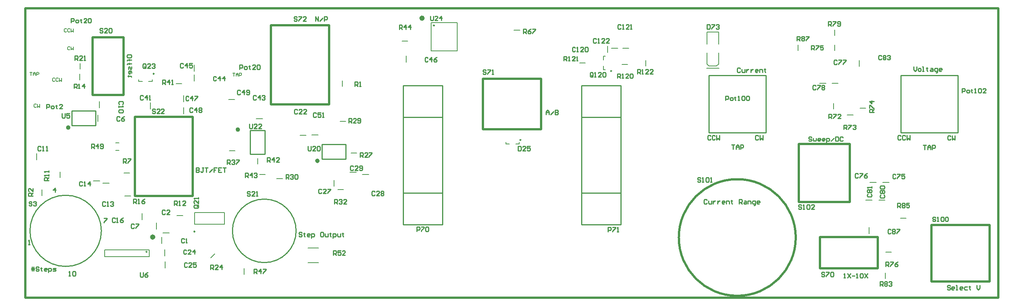
<source format=gto>
G04*
G04 #@! TF.GenerationSoftware,Altium Limited,Altium Designer,22.6.1 (34)*
G04*
G04 Layer_Color=65535*
%FSLAX43Y43*%
%MOMM*%
G71*
G04*
G04 #@! TF.SameCoordinates,FEFD47CE-FA2D-494C-A3F3-0CD5D296AA06*
G04*
G04*
G04 #@! TF.FilePolarity,Positive*
G04*
G01*
G75*
%ADD10C,0.254*%
%ADD11C,0.600*%
%ADD12C,0.250*%
%ADD13C,0.500*%
%ADD14C,0.200*%
D10*
X158137Y108000D02*
G03*
X158137Y108000I-7137J0D01*
G01*
X114500D02*
G03*
X114500Y108000I-8000J0D01*
G01*
X230900Y109400D02*
Y140600D01*
X222100Y109400D02*
X230900Y109400D01*
X222100Y109400D02*
Y140600D01*
X230900Y140600D01*
X222100Y133500D02*
X230900D01*
X222100Y116500D02*
X230900D01*
X190900Y109400D02*
Y140600D01*
X182100Y109400D02*
X190900Y109400D01*
X182100Y109400D02*
Y140600D01*
X190900Y140600D01*
X182100Y133500D02*
X190900D01*
X182100Y116500D02*
X190900D01*
X293600Y142900D02*
X300000D01*
X293600Y130100D02*
Y142900D01*
Y130100D02*
X306400D01*
Y142900D01*
X300000D02*
X306400D01*
X257000D02*
X263400D01*
Y130100D02*
Y142900D01*
X250600Y130100D02*
X263400D01*
X250600D02*
Y142900D01*
X257000D01*
X163933Y124149D02*
X163933Y127451D01*
X169267Y127451D01*
X169267Y124149D01*
X163933Y124149D02*
X169267Y124149D01*
X147803Y130528D02*
X147803Y125194D01*
X151105Y125194D01*
X151105Y130528D02*
X151105Y125194D01*
X147803Y130528D02*
X151105Y130528D01*
X107894Y131678D02*
X113228Y131678D01*
X113228Y134980D01*
X107894Y134980D02*
X113228Y134980D01*
X107894Y134980D02*
X107894Y131678D01*
X290273Y99999D02*
Y100998D01*
X290773D01*
X290939Y100832D01*
Y100499D01*
X290773Y100332D01*
X290273D01*
X290606D02*
X290939Y99999D01*
X291273Y100998D02*
X291939D01*
Y100832D01*
X291273Y100165D01*
Y99999D01*
X292939Y100998D02*
X292605Y100832D01*
X292272Y100499D01*
Y100165D01*
X292439Y99999D01*
X292772D01*
X292939Y100165D01*
Y100332D01*
X292772Y100499D01*
X292272D01*
X158413Y135148D02*
X158247Y135315D01*
X157914D01*
X157747Y135148D01*
Y134482D01*
X157914Y134315D01*
X158247D01*
X158413Y134482D01*
X159413Y134315D02*
X158747D01*
X159413Y134982D01*
Y135148D01*
X159246Y135315D01*
X158913D01*
X158747Y135148D01*
X160413Y134315D02*
X159746D01*
X160413Y134982D01*
Y135148D01*
X160246Y135315D01*
X159913D01*
X159746Y135148D01*
D11*
X186647Y155791D02*
G03*
X186647Y155791I-300J0D01*
G01*
X126300Y106608D02*
G03*
X126300Y106608I-300J0D01*
G01*
D12*
X189139Y154140D02*
G03*
X189139Y154140I-125J0D01*
G01*
X228850Y143928D02*
G03*
X228850Y143928I-125J0D01*
G01*
X208508Y128417D02*
G03*
X208508Y128417I-125J0D01*
G01*
X124744Y103287D02*
G03*
X124744Y103287I-125J0D01*
G01*
X126325Y143300D02*
G03*
X126325Y143300I-125J0D01*
G01*
X135475Y107850D02*
G03*
X135475Y107850I-125J0D01*
G01*
X102225Y135441D02*
Y136441D01*
X102725D01*
X102891Y136274D01*
Y135941D01*
X102725Y135775D01*
X102225D01*
X103391Y135441D02*
X103724D01*
X103891Y135608D01*
Y135941D01*
X103724Y136108D01*
X103391D01*
X103225Y135941D01*
Y135608D01*
X103391Y135441D01*
X104391Y136274D02*
Y136108D01*
X104224D01*
X104557D01*
X104391D01*
Y135608D01*
X104557Y135441D01*
X105724D02*
X105057D01*
X105724Y136108D01*
Y136274D01*
X105557Y136441D01*
X105224D01*
X105057Y136274D01*
X107720Y154749D02*
Y155749D01*
X108220D01*
X108386Y155582D01*
Y155249D01*
X108220Y155082D01*
X107720D01*
X108886Y154749D02*
X109220D01*
X109386Y154915D01*
Y155249D01*
X109220Y155415D01*
X108886D01*
X108720Y155249D01*
Y154915D01*
X108886Y154749D01*
X109886Y155582D02*
Y155415D01*
X109719D01*
X110053D01*
X109886D01*
Y154915D01*
X110053Y154749D01*
X111219D02*
X110552D01*
X111219Y155415D01*
Y155582D01*
X111052Y155749D01*
X110719D01*
X110552Y155582D01*
X111552D02*
X111719Y155749D01*
X112052D01*
X112219Y155582D01*
Y154915D01*
X112052Y154749D01*
X111719D01*
X111552Y154915D01*
Y155582D01*
X145502Y144282D02*
Y145282D01*
X146002D01*
X146169Y145115D01*
Y144782D01*
X146002Y144616D01*
X145502D01*
X146669Y144282D02*
X147002D01*
X147169Y144449D01*
Y144782D01*
X147002Y144949D01*
X146669D01*
X146502Y144782D01*
Y144449D01*
X146669Y144282D01*
X147668Y145115D02*
Y144949D01*
X147502D01*
X147835D01*
X147668D01*
Y144449D01*
X147835Y144282D01*
X149001D02*
X148335D01*
X149001Y144949D01*
Y145115D01*
X148835Y145282D01*
X148501D01*
X148335Y145115D01*
X149334D02*
X149501Y145282D01*
X149834D01*
X150001Y145115D01*
Y144449D01*
X149834Y144282D01*
X149501D01*
X149334Y144449D01*
Y145115D01*
X120265Y147082D02*
Y147415D01*
X120432Y147582D01*
X121098D01*
X121265Y147415D01*
Y147082D01*
X121098Y146915D01*
X120432D01*
X120265Y147082D01*
X121265Y146416D02*
X120432D01*
X120765D01*
Y146582D01*
Y146249D01*
Y146416D01*
X120432D01*
X120265Y146249D01*
X121265Y145583D02*
X120432D01*
X120765D01*
Y145749D01*
Y145416D01*
Y145583D01*
X120432D01*
X120265Y145416D01*
X121265Y144916D02*
Y144416D01*
X121098Y144250D01*
X120932Y144416D01*
Y144749D01*
X120765Y144916D01*
X120599Y144749D01*
Y144250D01*
X121265Y143417D02*
Y143750D01*
X121098Y143916D01*
X120765D01*
X120599Y143750D01*
Y143417D01*
X120765Y143250D01*
X120932D01*
Y143916D01*
X120432Y142750D02*
X120599D01*
Y142917D01*
Y142584D01*
Y142750D01*
X121098D01*
X121265Y142584D01*
X159424Y107513D02*
X159258Y107680D01*
X158925D01*
X158758Y107513D01*
Y107347D01*
X158925Y107180D01*
X159258D01*
X159424Y107013D01*
Y106847D01*
X159258Y106680D01*
X158925D01*
X158758Y106847D01*
X159924Y107513D02*
Y107347D01*
X159758D01*
X160091D01*
X159924D01*
Y106847D01*
X160091Y106680D01*
X161091D02*
X160757D01*
X160591Y106847D01*
Y107180D01*
X160757Y107347D01*
X161091D01*
X161257Y107180D01*
Y107013D01*
X160591D01*
X161590Y106347D02*
Y107347D01*
X162090D01*
X162257Y107180D01*
Y106847D01*
X162090Y106680D01*
X161590D01*
X164090Y107680D02*
X163756D01*
X163590Y107513D01*
Y106847D01*
X163756Y106680D01*
X164090D01*
X164256Y106847D01*
Y107513D01*
X164090Y107680D01*
X164589Y107347D02*
Y106847D01*
X164756Y106680D01*
X165256D01*
Y107347D01*
X165756Y107513D02*
Y107347D01*
X165589D01*
X165922D01*
X165756D01*
Y106847D01*
X165922Y106680D01*
X166422Y106347D02*
Y107347D01*
X166922D01*
X167089Y107180D01*
Y106847D01*
X166922Y106680D01*
X166422D01*
X167422Y107347D02*
Y106847D01*
X167588Y106680D01*
X168088D01*
Y107347D01*
X168588Y107513D02*
Y107347D01*
X168422D01*
X168755D01*
X168588D01*
Y106847D01*
X168755Y106680D01*
X99000Y98951D02*
Y99951D01*
X99334D02*
Y98951D01*
X98834Y99617D02*
X99334D01*
X99500D01*
X98834Y99284D02*
X99500D01*
X100500Y99784D02*
X100333Y99951D01*
X100000D01*
X99834Y99784D01*
Y99617D01*
X100000Y99451D01*
X100333D01*
X100500Y99284D01*
Y99118D01*
X100333Y98951D01*
X100000D01*
X99834Y99118D01*
X101000Y99784D02*
Y99617D01*
X100833D01*
X101166D01*
X101000D01*
Y99118D01*
X101166Y98951D01*
X102166D02*
X101833D01*
X101666Y99118D01*
Y99451D01*
X101833Y99617D01*
X102166D01*
X102333Y99451D01*
Y99284D01*
X101666D01*
X102666Y98618D02*
Y99617D01*
X103166D01*
X103332Y99451D01*
Y99118D01*
X103166Y98951D01*
X102666D01*
X103666D02*
X104165D01*
X104332Y99118D01*
X104165Y99284D01*
X103832D01*
X103666Y99451D01*
X103832Y99617D01*
X104332D01*
X135725Y122204D02*
Y121204D01*
X136225D01*
X136391Y121371D01*
Y121537D01*
X136225Y121704D01*
X135725D01*
X136225D01*
X136391Y121870D01*
Y122037D01*
X136225Y122204D01*
X135725D01*
X137391D02*
X137058D01*
X137225D01*
Y121371D01*
X137058Y121204D01*
X136891D01*
X136725Y121371D01*
X137724Y122204D02*
X138391D01*
X138058D01*
Y121204D01*
X138724D02*
X139390Y121870D01*
X140390Y122204D02*
X139724D01*
Y121704D01*
X140057D01*
X139724D01*
Y121204D01*
X141390Y122204D02*
X140723D01*
Y121204D01*
X141390D01*
X140723Y121704D02*
X141057D01*
X141723Y122204D02*
X142390D01*
X142056D01*
Y121204D01*
X296492Y144890D02*
Y144223D01*
X296825Y143890D01*
X297158Y144223D01*
Y144890D01*
X297658Y143890D02*
X297992D01*
X298158Y144056D01*
Y144390D01*
X297992Y144556D01*
X297658D01*
X297492Y144390D01*
Y144056D01*
X297658Y143890D01*
X298491D02*
X298825D01*
X298658D01*
Y144890D01*
X298491D01*
X299491Y144723D02*
Y144556D01*
X299324D01*
X299658D01*
X299491D01*
Y144056D01*
X299658Y143890D01*
X300324Y144556D02*
X300657D01*
X300824Y144390D01*
Y143890D01*
X300324D01*
X300157Y144056D01*
X300324Y144223D01*
X300824D01*
X301490Y143557D02*
X301657D01*
X301824Y143723D01*
Y144556D01*
X301324D01*
X301157Y144390D01*
Y144056D01*
X301324Y143890D01*
X301824D01*
X302657D02*
X302323D01*
X302157Y144056D01*
Y144390D01*
X302323Y144556D01*
X302657D01*
X302823Y144390D01*
Y144223D01*
X302157D01*
X162450Y155150D02*
Y156150D01*
X163116Y155150D01*
Y156150D01*
X163450Y155150D02*
X164116Y155816D01*
X164449Y155150D02*
Y156150D01*
X164949D01*
X165116Y155983D01*
Y155650D01*
X164949Y155483D01*
X164449D01*
X257666Y144473D02*
X257500Y144640D01*
X257167D01*
X257000Y144473D01*
Y143807D01*
X257167Y143640D01*
X257500D01*
X257666Y143807D01*
X258000Y144306D02*
Y143807D01*
X258166Y143640D01*
X258666D01*
Y144306D01*
X258999D02*
Y143640D01*
Y143973D01*
X259166Y144140D01*
X259333Y144306D01*
X259499D01*
X259999D02*
Y143640D01*
Y143973D01*
X260166Y144140D01*
X260332Y144306D01*
X260499D01*
X261499Y143640D02*
X261165D01*
X260999Y143807D01*
Y144140D01*
X261165Y144306D01*
X261499D01*
X261665Y144140D01*
Y143973D01*
X260999D01*
X261998Y143640D02*
Y144306D01*
X262498D01*
X262665Y144140D01*
Y143640D01*
X263165Y144473D02*
Y144306D01*
X262998D01*
X263331D01*
X263165D01*
Y143807D01*
X263331Y143640D01*
X250216Y114916D02*
X250050Y115083D01*
X249717D01*
X249550Y114916D01*
Y114250D01*
X249717Y114083D01*
X250050D01*
X250216Y114250D01*
X250550Y114750D02*
Y114250D01*
X250716Y114083D01*
X251216D01*
Y114750D01*
X251549D02*
Y114083D01*
Y114416D01*
X251716Y114583D01*
X251883Y114750D01*
X252049D01*
X252549D02*
Y114083D01*
Y114416D01*
X252716Y114583D01*
X252882Y114750D01*
X253049D01*
X254049Y114083D02*
X253715D01*
X253549Y114250D01*
Y114583D01*
X253715Y114750D01*
X254049D01*
X254215Y114583D01*
Y114416D01*
X253549D01*
X254548Y114083D02*
Y114750D01*
X255048D01*
X255215Y114583D01*
Y114083D01*
X255715Y114916D02*
Y114750D01*
X255548D01*
X255881D01*
X255715D01*
Y114250D01*
X255881Y114083D01*
X257381D02*
Y115083D01*
X257881D01*
X258047Y114916D01*
Y114583D01*
X257881Y114416D01*
X257381D01*
X257714D02*
X258047Y114083D01*
X258547Y114750D02*
X258880D01*
X259047Y114583D01*
Y114083D01*
X258547D01*
X258380Y114250D01*
X258547Y114416D01*
X259047D01*
X259380Y114083D02*
Y114750D01*
X259880D01*
X260047Y114583D01*
Y114083D01*
X260713Y113750D02*
X260880D01*
X261046Y113917D01*
Y114750D01*
X260546D01*
X260380Y114583D01*
Y114250D01*
X260546Y114083D01*
X261046D01*
X261879D02*
X261546D01*
X261380Y114250D01*
Y114583D01*
X261546Y114750D01*
X261879D01*
X262046Y114583D01*
Y114416D01*
X261380D01*
X304686Y95605D02*
X304519Y95771D01*
X304186D01*
X304020Y95605D01*
Y95438D01*
X304186Y95272D01*
X304519D01*
X304686Y95105D01*
Y94938D01*
X304519Y94772D01*
X304186D01*
X304020Y94938D01*
X305519Y94772D02*
X305186D01*
X305019Y94938D01*
Y95272D01*
X305186Y95438D01*
X305519D01*
X305686Y95272D01*
Y95105D01*
X305019D01*
X306019Y94772D02*
X306352D01*
X306185D01*
Y95771D01*
X306019D01*
X307352Y94772D02*
X307019D01*
X306852Y94938D01*
Y95272D01*
X307019Y95438D01*
X307352D01*
X307518Y95272D01*
Y95105D01*
X306852D01*
X308518Y95438D02*
X308018D01*
X307852Y95272D01*
Y94938D01*
X308018Y94772D01*
X308518D01*
X309018Y95605D02*
Y95438D01*
X308851D01*
X309185D01*
X309018D01*
Y94938D01*
X309185Y94772D01*
X310684Y95771D02*
Y95105D01*
X311017Y94772D01*
X311350Y95105D01*
Y95771D01*
X107201Y97917D02*
X107534D01*
X107368D01*
Y98917D01*
X107201Y98750D01*
X108034D02*
X108201Y98917D01*
X108534D01*
X108700Y98750D01*
Y98084D01*
X108534Y97917D01*
X108201D01*
X108034Y98084D01*
Y98750D01*
X115049Y110850D02*
X115716D01*
Y110683D01*
X115049Y110017D01*
Y109850D01*
X98150Y104950D02*
X98483D01*
X98317D01*
Y105950D01*
X98150Y105783D01*
X104133Y116650D02*
Y117650D01*
X103633Y117150D01*
X104300D01*
X304776Y129244D02*
X304609Y129410D01*
X304276D01*
X304110Y129244D01*
Y128577D01*
X304276Y128411D01*
X304609D01*
X304776Y128577D01*
X305109Y129410D02*
Y128411D01*
X305442Y128744D01*
X305776Y128411D01*
Y129410D01*
X293648Y129269D02*
X293481Y129435D01*
X293148D01*
X292981Y129269D01*
Y128602D01*
X293148Y128436D01*
X293481D01*
X293648Y128602D01*
X294647Y129269D02*
X294481Y129435D01*
X294147D01*
X293981Y129269D01*
Y128602D01*
X294147Y128436D01*
X294481D01*
X294647Y128602D01*
X294980Y129435D02*
Y128436D01*
X295314Y128769D01*
X295647Y128436D01*
Y129435D01*
X298632Y127275D02*
X299298D01*
X298965D01*
Y126276D01*
X299632D02*
Y126942D01*
X299965Y127275D01*
X300298Y126942D01*
Y126276D01*
Y126775D01*
X299632D01*
X300631Y126276D02*
Y127275D01*
X301131D01*
X301298Y127109D01*
Y126775D01*
X301131Y126609D01*
X300631D01*
X261716Y129283D02*
X261550Y129450D01*
X261217D01*
X261050Y129283D01*
Y128617D01*
X261217Y128450D01*
X261550D01*
X261716Y128617D01*
X262050Y129450D02*
Y128450D01*
X262383Y128783D01*
X262716Y128450D01*
Y129450D01*
X251016Y129283D02*
X250850Y129450D01*
X250517D01*
X250350Y129283D01*
Y128617D01*
X250517Y128450D01*
X250850D01*
X251016Y128617D01*
X252016Y129283D02*
X251850Y129450D01*
X251516D01*
X251350Y129283D01*
Y128617D01*
X251516Y128450D01*
X251850D01*
X252016Y128617D01*
X252349Y129450D02*
Y128450D01*
X252683Y128783D01*
X253016Y128450D01*
Y129450D01*
X255701Y127350D02*
X256367D01*
X256034D01*
Y126350D01*
X256700D02*
Y127016D01*
X257034Y127350D01*
X257367Y127016D01*
Y126350D01*
Y126850D01*
X256700D01*
X257700Y126350D02*
Y127350D01*
X258200D01*
X258367Y127183D01*
Y126850D01*
X258200Y126683D01*
X257700D01*
X138970Y99315D02*
Y100315D01*
X139470D01*
X139637Y100149D01*
Y99815D01*
X139470Y99649D01*
X138970D01*
X139304D02*
X139637Y99315D01*
X140637D02*
X139970D01*
X140637Y99982D01*
Y100149D01*
X140470Y100315D01*
X140137D01*
X139970Y100149D01*
X141470Y99315D02*
Y100315D01*
X140970Y99815D01*
X141636D01*
X108555Y146350D02*
Y147350D01*
X109054D01*
X109221Y147183D01*
Y146850D01*
X109054Y146683D01*
X108555D01*
X108888D02*
X109221Y146350D01*
X110221D02*
X109554D01*
X110221Y147017D01*
Y147183D01*
X110054Y147350D01*
X109721D01*
X109554Y147183D01*
X110554Y146350D02*
X110887D01*
X110720D01*
Y147350D01*
X110554Y147183D01*
X234597Y143300D02*
Y144300D01*
X235097D01*
X235263Y144133D01*
Y143800D01*
X235097Y143633D01*
X234597D01*
X234930D02*
X235263Y143300D01*
X235596D02*
X235930D01*
X235763D01*
Y144300D01*
X235596Y144133D01*
X237096Y143300D02*
X236429D01*
X237096Y143967D01*
Y144133D01*
X236929Y144300D01*
X236596D01*
X236429Y144133D01*
X238096Y143300D02*
X237429D01*
X238096Y143967D01*
Y144133D01*
X237929Y144300D01*
X237596D01*
X237429Y144133D01*
X218117Y146200D02*
Y147200D01*
X218617D01*
X218784Y147033D01*
Y146700D01*
X218617Y146533D01*
X218117D01*
X218450D02*
X218784Y146200D01*
X219117D02*
X219450D01*
X219283D01*
Y147200D01*
X219117Y147033D01*
X220616Y146200D02*
X219950D01*
X220616Y146867D01*
Y147033D01*
X220450Y147200D01*
X220117D01*
X219950Y147033D01*
X220950Y146200D02*
X221283D01*
X221116D01*
Y147200D01*
X220950Y147033D01*
X230124Y142305D02*
Y143305D01*
X230623D01*
X230790Y143138D01*
Y142805D01*
X230623Y142638D01*
X230124D01*
X230457D02*
X230790Y142305D01*
X231123D02*
X231456D01*
X231290D01*
Y143305D01*
X231123Y143138D01*
X232623Y142305D02*
X231956D01*
X232623Y142971D01*
Y143138D01*
X232456Y143305D01*
X232123D01*
X231956Y143138D01*
X232956D02*
X233123Y143305D01*
X233456D01*
X233622Y143138D01*
Y142472D01*
X233456Y142305D01*
X233123D01*
X232956Y142472D01*
Y143138D01*
X224665Y142762D02*
Y143429D01*
X224498Y143595D01*
X224165D01*
X223998Y143429D01*
Y142762D01*
X224165Y142596D01*
X224498D01*
X224331Y142929D02*
X224665Y142596D01*
X224498D02*
X224665Y142762D01*
X224998Y142596D02*
X225331D01*
X225164D01*
Y143595D01*
X224998Y143429D01*
X226497Y142596D02*
X225831D01*
X226497Y143262D01*
Y143429D01*
X226331Y143595D01*
X225998D01*
X225831Y143429D01*
X226831D02*
X226997Y143595D01*
X227330D01*
X227497Y143429D01*
Y142762D01*
X227330Y142596D01*
X226997D01*
X226831Y142762D01*
Y143429D01*
X225417Y151083D02*
X225250Y151250D01*
X224917D01*
X224750Y151083D01*
Y150417D01*
X224917Y150250D01*
X225250D01*
X225417Y150417D01*
X225750Y150250D02*
X226083D01*
X225917D01*
Y151250D01*
X225750Y151083D01*
X227249Y150250D02*
X226583D01*
X227249Y150917D01*
Y151083D01*
X227083Y151250D01*
X226750D01*
X226583Y151083D01*
X228249Y150250D02*
X227583D01*
X228249Y150917D01*
Y151083D01*
X228083Y151250D01*
X227749D01*
X227583Y151083D01*
X230884Y154178D02*
X230717Y154345D01*
X230384D01*
X230217Y154178D01*
Y153512D01*
X230384Y153345D01*
X230717D01*
X230884Y153512D01*
X231217Y153345D02*
X231550D01*
X231383D01*
Y154345D01*
X231217Y154178D01*
X232716Y153345D02*
X232050D01*
X232716Y154011D01*
Y154178D01*
X232550Y154345D01*
X232217D01*
X232050Y154178D01*
X233050Y153345D02*
X233383D01*
X233216D01*
Y154345D01*
X233050Y154178D01*
X220689Y149133D02*
X220523Y149300D01*
X220189D01*
X220023Y149133D01*
Y148467D01*
X220189Y148300D01*
X220523D01*
X220689Y148467D01*
X221022Y148300D02*
X221356D01*
X221189D01*
Y149300D01*
X221022Y149133D01*
X222522Y148300D02*
X221855D01*
X222522Y148967D01*
Y149133D01*
X222355Y149300D01*
X222022D01*
X221855Y149133D01*
X222855D02*
X223022Y149300D01*
X223355D01*
X223522Y149133D01*
Y148467D01*
X223355Y148300D01*
X223022D01*
X222855Y148467D01*
Y149133D01*
X187666Y146822D02*
X187500Y146989D01*
X187167D01*
X187000Y146822D01*
Y146156D01*
X187167Y145989D01*
X187500D01*
X187666Y146156D01*
X188500Y145989D02*
Y146989D01*
X188000Y146489D01*
X188666D01*
X189666Y146989D02*
X189333Y146822D01*
X188999Y146489D01*
Y146156D01*
X189166Y145989D01*
X189499D01*
X189666Y146156D01*
Y146323D01*
X189499Y146489D01*
X188999D01*
X207895Y127002D02*
Y126002D01*
X208395D01*
X208561Y126169D01*
Y126835D01*
X208395Y127002D01*
X207895D01*
X209561Y126002D02*
X208894D01*
X209561Y126669D01*
Y126835D01*
X209394Y127002D01*
X209061D01*
X208894Y126835D01*
X210560Y127002D02*
X209894D01*
Y126502D01*
X210227Y126669D01*
X210394D01*
X210560Y126502D01*
Y126169D01*
X210394Y126002D01*
X210061D01*
X209894Y126169D01*
X181248Y153240D02*
Y154240D01*
X181747D01*
X181914Y154073D01*
Y153740D01*
X181747Y153574D01*
X181248D01*
X181581D02*
X181914Y153240D01*
X182747D02*
Y154240D01*
X182247Y153740D01*
X182914D01*
X183747Y153240D02*
Y154240D01*
X183247Y153740D01*
X183913D01*
X209063Y152349D02*
Y153349D01*
X209563D01*
X209730Y153183D01*
Y152849D01*
X209563Y152683D01*
X209063D01*
X209396D02*
X209730Y152349D01*
X210729Y153349D02*
X210396Y153183D01*
X210063Y152849D01*
Y152516D01*
X210229Y152349D01*
X210563D01*
X210729Y152516D01*
Y152683D01*
X210563Y152849D01*
X210063D01*
X211062Y153349D02*
X211729D01*
Y153183D01*
X211062Y152516D01*
Y152349D01*
X188200Y156262D02*
Y155429D01*
X188367Y155262D01*
X188700D01*
X188866Y155429D01*
Y156262D01*
X189866Y155262D02*
X189200D01*
X189866Y155929D01*
Y156096D01*
X189700Y156262D01*
X189366D01*
X189200Y156096D01*
X190699Y155262D02*
Y156262D01*
X190199Y155762D01*
X190866D01*
X162675Y134367D02*
X162509Y134534D01*
X162176D01*
X162009Y134367D01*
Y133701D01*
X162176Y133534D01*
X162509D01*
X162675Y133701D01*
X163675Y134534D02*
X163009D01*
Y134034D01*
X163342Y134201D01*
X163509D01*
X163675Y134034D01*
Y133701D01*
X163509Y133534D01*
X163175D01*
X163009Y133701D01*
X164008Y133534D02*
X164342D01*
X164175D01*
Y134534D01*
X164008Y134367D01*
X270368Y150690D02*
Y151689D01*
X270868D01*
X271034Y151523D01*
Y151189D01*
X270868Y151023D01*
X270368D01*
X270701D02*
X271034Y150690D01*
X271368Y151523D02*
X271534Y151689D01*
X271867D01*
X272034Y151523D01*
Y151356D01*
X271867Y151189D01*
X272034Y151023D01*
Y150856D01*
X271867Y150690D01*
X271534D01*
X271368Y150856D01*
Y151023D01*
X271534Y151189D01*
X271368Y151356D01*
Y151523D01*
X271534Y151189D02*
X271867D01*
X272367Y151689D02*
X273034D01*
Y151523D01*
X272367Y150856D01*
Y150690D01*
X284094Y120740D02*
X283927Y120906D01*
X283594D01*
X283427Y120740D01*
Y120073D01*
X283594Y119907D01*
X283927D01*
X284094Y120073D01*
X284427Y120906D02*
X285093D01*
Y120740D01*
X284427Y120073D01*
Y119907D01*
X286093Y120906D02*
X285760Y120740D01*
X285427Y120407D01*
Y120073D01*
X285593Y119907D01*
X285926D01*
X286093Y120073D01*
Y120240D01*
X285926Y120407D01*
X285427D01*
X292481Y120605D02*
X292315Y120771D01*
X291981D01*
X291815Y120605D01*
Y119938D01*
X291981Y119771D01*
X292315D01*
X292481Y119938D01*
X292814Y120771D02*
X293481D01*
Y120605D01*
X292814Y119938D01*
Y119771D01*
X294480Y120771D02*
X293814D01*
Y120271D01*
X294147Y120438D01*
X294314D01*
X294480Y120271D01*
Y119938D01*
X294314Y119771D01*
X293981D01*
X293814Y119938D01*
X273568Y148645D02*
Y149644D01*
X274068D01*
X274234Y149478D01*
Y149144D01*
X274068Y148978D01*
X273568D01*
X273901D02*
X274234Y148645D01*
X274568Y149644D02*
X275234D01*
Y149478D01*
X274568Y148811D01*
Y148645D01*
X276234Y149644D02*
X275567D01*
Y149144D01*
X275901Y149311D01*
X276067D01*
X276234Y149144D01*
Y148811D01*
X276067Y148645D01*
X275734D01*
X275567Y148811D01*
X277413Y154045D02*
Y155045D01*
X277913D01*
X278079Y154878D01*
Y154545D01*
X277913Y154378D01*
X277413D01*
X277746D02*
X278079Y154045D01*
X278413Y155045D02*
X279079D01*
Y154878D01*
X278413Y154212D01*
Y154045D01*
X279412Y154212D02*
X279579Y154045D01*
X279912D01*
X280079Y154212D01*
Y154878D01*
X279912Y155045D01*
X279579D01*
X279412Y154878D01*
Y154712D01*
X279579Y154545D01*
X280079D01*
X250226Y154323D02*
Y153324D01*
X250726D01*
X250892Y153490D01*
Y154157D01*
X250726Y154323D01*
X250226D01*
X251226D02*
X251892D01*
Y154157D01*
X251226Y153490D01*
Y153324D01*
X252225Y154157D02*
X252392Y154323D01*
X252725D01*
X252892Y154157D01*
Y153990D01*
X252725Y153823D01*
X252558D01*
X252725D01*
X252892Y153657D01*
Y153490D01*
X252725Y153324D01*
X252392D01*
X252225Y153490D01*
X147850Y116679D02*
X147684Y116846D01*
X147350D01*
X147184Y116679D01*
Y116512D01*
X147350Y116346D01*
X147684D01*
X147850Y116179D01*
Y116013D01*
X147684Y115846D01*
X147350D01*
X147184Y116013D01*
X148850Y115846D02*
X148183D01*
X148850Y116512D01*
Y116679D01*
X148683Y116846D01*
X148350D01*
X148183Y116679D01*
X149183Y115846D02*
X149516D01*
X149350D01*
Y116846D01*
X149183Y116679D01*
X98933Y114433D02*
X98767Y114600D01*
X98434D01*
X98267Y114433D01*
Y114267D01*
X98434Y114100D01*
X98767D01*
X98933Y113933D01*
Y113767D01*
X98767Y113600D01*
X98434D01*
X98267Y113767D01*
X99267Y114433D02*
X99433Y114600D01*
X99766D01*
X99933Y114433D01*
Y114267D01*
X99766Y114100D01*
X99600D01*
X99766D01*
X99933Y113933D01*
Y113767D01*
X99766Y113600D01*
X99433D01*
X99267Y113767D01*
X121863Y109368D02*
X121696Y109534D01*
X121363D01*
X121196Y109368D01*
Y108701D01*
X121363Y108534D01*
X121696D01*
X121863Y108701D01*
X122196Y109534D02*
X122862D01*
Y109368D01*
X122196Y108701D01*
Y108534D01*
X288954Y95636D02*
Y96635D01*
X289453D01*
X289620Y96469D01*
Y96136D01*
X289453Y95969D01*
X288954D01*
X289287D02*
X289620Y95636D01*
X289953Y96469D02*
X290120Y96635D01*
X290453D01*
X290620Y96469D01*
Y96302D01*
X290453Y96136D01*
X290620Y95969D01*
Y95802D01*
X290453Y95636D01*
X290120D01*
X289953Y95802D01*
Y95969D01*
X290120Y96136D01*
X289953Y96302D01*
Y96469D01*
X290120Y96136D02*
X290453D01*
X290953Y96469D02*
X291120Y96635D01*
X291453D01*
X291619Y96469D01*
Y96302D01*
X291453Y96136D01*
X291286D01*
X291453D01*
X291619Y95969D01*
Y95802D01*
X291453Y95636D01*
X291120D01*
X290953Y95802D01*
X228034Y107800D02*
Y108800D01*
X228534D01*
X228700Y108633D01*
Y108300D01*
X228534Y108133D01*
X228034D01*
X229033Y108800D02*
X229700D01*
Y108633D01*
X229033Y107967D01*
Y107800D01*
X230033D02*
X230366D01*
X230200D01*
Y108800D01*
X230033Y108633D01*
X185155Y107900D02*
Y108900D01*
X185655D01*
X185821Y108733D01*
Y108400D01*
X185655Y108233D01*
X185155D01*
X186154Y108900D02*
X186821D01*
Y108733D01*
X186154Y108067D01*
Y107900D01*
X187154Y108733D02*
X187321Y108900D01*
X187654D01*
X187821Y108733D01*
Y108067D01*
X187654Y107900D01*
X187321D01*
X187154Y108067D01*
Y108733D01*
X271387Y113698D02*
X271220Y113865D01*
X270887D01*
X270720Y113698D01*
Y113531D01*
X270887Y113365D01*
X271220D01*
X271387Y113198D01*
Y113032D01*
X271220Y112865D01*
X270887D01*
X270720Y113032D01*
X271720Y112865D02*
X272053D01*
X271887D01*
Y113865D01*
X271720Y113698D01*
X272553D02*
X272720Y113865D01*
X273053D01*
X273220Y113698D01*
Y113032D01*
X273053Y112865D01*
X272720D01*
X272553Y113032D01*
Y113698D01*
X274219Y112865D02*
X273553D01*
X274219Y113531D01*
Y113698D01*
X274053Y113865D01*
X273719D01*
X273553Y113698D01*
X273656Y128987D02*
X273489Y129153D01*
X273156D01*
X272989Y128987D01*
Y128820D01*
X273156Y128653D01*
X273489D01*
X273656Y128487D01*
Y128320D01*
X273489Y128154D01*
X273156D01*
X272989Y128320D01*
X273989Y128820D02*
Y128320D01*
X274156Y128154D01*
X274322Y128320D01*
X274489Y128154D01*
X274656Y128320D01*
Y128820D01*
X275489Y128154D02*
X275155D01*
X274989Y128320D01*
Y128653D01*
X275155Y128820D01*
X275489D01*
X275655Y128653D01*
Y128487D01*
X274989D01*
X276488Y128154D02*
X276155D01*
X275988Y128320D01*
Y128653D01*
X276155Y128820D01*
X276488D01*
X276655Y128653D01*
Y128487D01*
X275988D01*
X276988Y127820D02*
Y128820D01*
X277488D01*
X277655Y128653D01*
Y128320D01*
X277488Y128154D01*
X276988D01*
X277988D02*
X278654Y128820D01*
X278988Y129153D02*
Y128154D01*
X279487D01*
X279654Y128320D01*
Y128987D01*
X279487Y129153D01*
X278988D01*
X280654Y128987D02*
X280487Y129153D01*
X280154D01*
X279987Y128987D01*
Y128320D01*
X280154Y128154D01*
X280487D01*
X280654Y128320D01*
X248760Y119833D02*
X248594Y120000D01*
X248260D01*
X248094Y119833D01*
Y119667D01*
X248260Y119500D01*
X248594D01*
X248760Y119333D01*
Y119167D01*
X248594Y119000D01*
X248260D01*
X248094Y119167D01*
X249093Y119000D02*
X249427D01*
X249260D01*
Y120000D01*
X249093Y119833D01*
X249926D02*
X250093Y120000D01*
X250426D01*
X250593Y119833D01*
Y119167D01*
X250426Y119000D01*
X250093D01*
X249926Y119167D01*
Y119833D01*
X250926Y119000D02*
X251259D01*
X251093D01*
Y120000D01*
X250926Y119833D01*
X301417Y110958D02*
X301250Y111125D01*
X300917D01*
X300751Y110958D01*
Y110792D01*
X300917Y110625D01*
X301250D01*
X301417Y110458D01*
Y110292D01*
X301250Y110125D01*
X300917D01*
X300751Y110292D01*
X301750Y110125D02*
X302083D01*
X301917D01*
Y111125D01*
X301750Y110958D01*
X302583D02*
X302750Y111125D01*
X303083D01*
X303250Y110958D01*
Y110292D01*
X303083Y110125D01*
X302750D01*
X302583Y110292D01*
Y110958D01*
X303583D02*
X303750Y111125D01*
X304083D01*
X304249Y110958D01*
Y110292D01*
X304083Y110125D01*
X303750D01*
X303583Y110292D01*
Y110958D01*
X114834Y153333D02*
X114667Y153500D01*
X114334D01*
X114167Y153333D01*
Y153167D01*
X114334Y153000D01*
X114667D01*
X114834Y152833D01*
Y152667D01*
X114667Y152500D01*
X114334D01*
X114167Y152667D01*
X115833Y152500D02*
X115167D01*
X115833Y153167D01*
Y153333D01*
X115667Y153500D01*
X115333D01*
X115167Y153333D01*
X116166D02*
X116333Y153500D01*
X116666D01*
X116833Y153333D01*
Y152667D01*
X116666Y152500D01*
X116333D01*
X116166Y152667D01*
Y153333D01*
X292867Y113200D02*
Y114200D01*
X293367D01*
X293534Y114033D01*
Y113700D01*
X293367Y113533D01*
X292867D01*
X293200D02*
X293534Y113200D01*
X293867Y114033D02*
X294033Y114200D01*
X294367D01*
X294533Y114033D01*
Y113867D01*
X294367Y113700D01*
X294533Y113533D01*
Y113367D01*
X294367Y113200D01*
X294033D01*
X293867Y113367D01*
Y113533D01*
X294033Y113700D01*
X293867Y113867D01*
Y114033D01*
X294033Y113700D02*
X294367D01*
X295533Y114200D02*
X294866D01*
Y113700D01*
X295200Y113867D01*
X295366D01*
X295533Y113700D01*
Y113367D01*
X295366Y113200D01*
X295033D01*
X294866Y113367D01*
X307341Y139002D02*
Y140002D01*
X307841D01*
X308007Y139835D01*
Y139502D01*
X307841Y139335D01*
X307341D01*
X308507Y139002D02*
X308840D01*
X309007Y139169D01*
Y139502D01*
X308840Y139668D01*
X308507D01*
X308341Y139502D01*
Y139169D01*
X308507Y139002D01*
X309507Y139835D02*
Y139668D01*
X309340D01*
X309673D01*
X309507D01*
Y139169D01*
X309673Y139002D01*
X310173D02*
X310507D01*
X310340D01*
Y140002D01*
X310173Y139835D01*
X311006D02*
X311173Y140002D01*
X311506D01*
X311673Y139835D01*
Y139169D01*
X311506Y139002D01*
X311173D01*
X311006Y139169D01*
Y139835D01*
X312672Y139002D02*
X312006D01*
X312672Y139668D01*
Y139835D01*
X312506Y140002D01*
X312173D01*
X312006Y139835D01*
X254334Y137300D02*
Y138300D01*
X254834D01*
X255001Y138133D01*
Y137800D01*
X254834Y137633D01*
X254334D01*
X255500Y137300D02*
X255834D01*
X256000Y137467D01*
Y137800D01*
X255834Y137967D01*
X255500D01*
X255334Y137800D01*
Y137467D01*
X255500Y137300D01*
X256500Y138133D02*
Y137967D01*
X256334D01*
X256667D01*
X256500D01*
Y137467D01*
X256667Y137300D01*
X257167D02*
X257500D01*
X257333D01*
Y138300D01*
X257167Y138133D01*
X258000D02*
X258166Y138300D01*
X258500D01*
X258666Y138133D01*
Y137467D01*
X258500Y137300D01*
X258166D01*
X258000Y137467D01*
Y138133D01*
X258999D02*
X259166Y138300D01*
X259499D01*
X259666Y138133D01*
Y137467D01*
X259499Y137300D01*
X259166D01*
X258999Y137467D01*
Y138133D01*
X163866Y117233D02*
X163700Y117400D01*
X163367D01*
X163200Y117233D01*
Y116567D01*
X163367Y116400D01*
X163700D01*
X163866Y116567D01*
X164866Y116400D02*
X164200D01*
X164866Y117066D01*
Y117233D01*
X164700Y117400D01*
X164366D01*
X164200Y117233D01*
X165199Y117400D02*
X165866D01*
Y117233D01*
X165199Y116567D01*
Y116400D01*
X134992Y135474D02*
X134826Y135641D01*
X134493D01*
X134326Y135474D01*
Y134808D01*
X134493Y134641D01*
X134826D01*
X134992Y134808D01*
X135826Y134641D02*
Y135641D01*
X135326Y135141D01*
X135992D01*
X136325Y135474D02*
X136492Y135641D01*
X136825D01*
X136992Y135474D01*
Y135308D01*
X136825Y135141D01*
X136992Y134975D01*
Y134808D01*
X136825Y134641D01*
X136492D01*
X136325Y134808D01*
Y134975D01*
X136492Y135141D01*
X136325Y135308D01*
Y135474D01*
X136492Y135141D02*
X136825D01*
X133566Y103597D02*
X133400Y103763D01*
X133067D01*
X132900Y103597D01*
Y102930D01*
X133067Y102764D01*
X133400D01*
X133566Y102930D01*
X134566Y102764D02*
X133900D01*
X134566Y103430D01*
Y103597D01*
X134400Y103763D01*
X134066D01*
X133900Y103597D01*
X135399Y102764D02*
Y103763D01*
X134899Y103264D01*
X135566D01*
X133741Y100702D02*
X133575Y100868D01*
X133242D01*
X133075Y100702D01*
Y100035D01*
X133242Y99869D01*
X133575D01*
X133741Y100035D01*
X134741Y99869D02*
X134075D01*
X134741Y100535D01*
Y100702D01*
X134575Y100868D01*
X134241D01*
X134075Y100702D01*
X135741Y100868D02*
X135074D01*
Y100369D01*
X135408Y100535D01*
X135574D01*
X135741Y100369D01*
Y100035D01*
X135574Y99869D01*
X135241D01*
X135074Y100035D01*
X123858Y138241D02*
X123692Y138408D01*
X123359D01*
X123192Y138241D01*
Y137575D01*
X123359Y137408D01*
X123692D01*
X123858Y137575D01*
X124692Y137408D02*
Y138408D01*
X124192Y137908D01*
X124858D01*
X125191Y137408D02*
X125525D01*
X125358D01*
Y138408D01*
X125191Y138241D01*
X175766Y116733D02*
X175600Y116900D01*
X175267D01*
X175100Y116733D01*
Y116067D01*
X175267Y115900D01*
X175600D01*
X175766Y116067D01*
X176766Y115900D02*
X176100D01*
X176766Y116566D01*
Y116733D01*
X176600Y116900D01*
X176266D01*
X176100Y116733D01*
X177099D02*
X177266Y116900D01*
X177599D01*
X177766Y116733D01*
Y116566D01*
X177599Y116400D01*
X177766Y116233D01*
Y116067D01*
X177599Y115900D01*
X177266D01*
X177099Y116067D01*
Y116233D01*
X177266Y116400D01*
X177099Y116566D01*
Y116733D01*
X177266Y116400D02*
X177599D01*
X170966Y122433D02*
X170800Y122600D01*
X170467D01*
X170300Y122433D01*
Y121767D01*
X170467Y121600D01*
X170800D01*
X170966Y121767D01*
X171966Y121600D02*
X171300D01*
X171966Y122266D01*
Y122433D01*
X171800Y122600D01*
X171466D01*
X171300Y122433D01*
X172299Y121767D02*
X172466Y121600D01*
X172799D01*
X172966Y121767D01*
Y122433D01*
X172799Y122600D01*
X172466D01*
X172299Y122433D01*
Y122266D01*
X172466Y122100D01*
X172966D01*
X136057Y113799D02*
X135391D01*
X135224Y113632D01*
Y113299D01*
X135391Y113132D01*
X136057D01*
X136224Y113299D01*
Y113632D01*
X135891Y113466D02*
X136224Y113799D01*
Y113632D02*
X136057Y113799D01*
X136224Y114799D02*
Y114132D01*
X135557Y114799D01*
X135391D01*
X135224Y114632D01*
Y114299D01*
X135391Y114132D01*
X136224Y115132D02*
Y115465D01*
Y115298D01*
X135224D01*
X135391Y115132D01*
X124466Y144726D02*
Y145392D01*
X124300Y145559D01*
X123967D01*
X123800Y145392D01*
Y144726D01*
X123967Y144559D01*
X124300D01*
X124133Y144892D02*
X124466Y144559D01*
X124300D02*
X124466Y144726D01*
X125466Y144559D02*
X124800D01*
X125466Y145226D01*
Y145392D01*
X125300Y145559D01*
X124966D01*
X124800Y145392D01*
X125799D02*
X125966Y145559D01*
X126299D01*
X126466Y145392D01*
Y145226D01*
X126299Y145059D01*
X126133D01*
X126299D01*
X126466Y144892D01*
Y144726D01*
X126299Y144559D01*
X125966D01*
X125799Y144726D01*
X172463Y124596D02*
Y125596D01*
X172963D01*
X173130Y125430D01*
Y125096D01*
X172963Y124930D01*
X172463D01*
X172797D02*
X173130Y124596D01*
X174130D02*
X173463D01*
X174130Y125263D01*
Y125430D01*
X173963Y125596D01*
X173630D01*
X173463Y125430D01*
X174463Y125596D02*
X175129D01*
Y125430D01*
X174463Y124763D01*
Y124596D01*
X169919Y132246D02*
Y133246D01*
X170419D01*
X170585Y133079D01*
Y132746D01*
X170419Y132579D01*
X169919D01*
X170252D02*
X170585Y132246D01*
X171585D02*
X170919D01*
X171585Y132912D01*
Y133079D01*
X171418Y133246D01*
X171085D01*
X170919Y133079D01*
X171918Y132413D02*
X172085Y132246D01*
X172418D01*
X172585Y132413D01*
Y133079D01*
X172418Y133246D01*
X172085D01*
X171918Y133079D01*
Y132912D01*
X172085Y132746D01*
X172585D01*
X166737Y114041D02*
Y115041D01*
X167237D01*
X167403Y114875D01*
Y114541D01*
X167237Y114375D01*
X166737D01*
X167070D02*
X167403Y114041D01*
X167737Y114875D02*
X167903Y115041D01*
X168237D01*
X168403Y114875D01*
Y114708D01*
X168237Y114541D01*
X168070D01*
X168237D01*
X168403Y114375D01*
Y114208D01*
X168237Y114041D01*
X167903D01*
X167737Y114208D01*
X169403Y114041D02*
X168736D01*
X169403Y114708D01*
Y114875D01*
X169236Y115041D01*
X168903D01*
X168736Y114875D01*
X166463Y102540D02*
Y103540D01*
X166963D01*
X167130Y103373D01*
Y103040D01*
X166963Y102873D01*
X166463D01*
X166796D02*
X167130Y102540D01*
X168129Y103540D02*
X167463D01*
Y103040D01*
X167796Y103206D01*
X167963D01*
X168129Y103040D01*
Y102707D01*
X167963Y102540D01*
X167629D01*
X167463Y102707D01*
X169129Y102540D02*
X168462D01*
X169129Y103206D01*
Y103373D01*
X168962Y103540D01*
X168629D01*
X168462Y103373D01*
X151650Y123470D02*
Y124470D01*
X152150D01*
X152316Y124303D01*
Y123970D01*
X152150Y123804D01*
X151650D01*
X151983D02*
X152316Y123470D01*
X153150D02*
Y124470D01*
X152650Y123970D01*
X153316D01*
X154316Y123470D02*
X153649D01*
X154316Y124137D01*
Y124303D01*
X154149Y124470D01*
X153816D01*
X153649Y124303D01*
X146722Y120000D02*
Y121000D01*
X147222D01*
X147389Y120833D01*
Y120500D01*
X147222Y120333D01*
X146722D01*
X147055D02*
X147389Y120000D01*
X148222D02*
Y121000D01*
X147722Y120500D01*
X148388D01*
X148721Y120833D02*
X148888Y121000D01*
X149221D01*
X149388Y120833D01*
Y120666D01*
X149221Y120500D01*
X149055D01*
X149221D01*
X149388Y120333D01*
Y120167D01*
X149221Y120000D01*
X148888D01*
X148721Y120167D01*
X112254Y126500D02*
Y127500D01*
X112754D01*
X112920Y127333D01*
Y127000D01*
X112754Y126833D01*
X112254D01*
X112587D02*
X112920Y126500D01*
X113753D02*
Y127500D01*
X113253Y127000D01*
X113920D01*
X114253Y126667D02*
X114420Y126500D01*
X114753D01*
X114919Y126667D01*
Y127333D01*
X114753Y127500D01*
X114420D01*
X114253Y127333D01*
Y127166D01*
X114420Y127000D01*
X114919D01*
X142700Y122925D02*
Y123925D01*
X143200D01*
X143366Y123758D01*
Y123425D01*
X143200Y123258D01*
X142700D01*
X143033D02*
X143366Y122925D01*
X143700Y123758D02*
X143866Y123925D01*
X144200D01*
X144366Y123758D01*
Y123591D01*
X144200Y123425D01*
X144033D01*
X144200D01*
X144366Y123258D01*
Y123092D01*
X144200Y122925D01*
X143866D01*
X143700Y123092D01*
X144699Y123925D02*
X145366D01*
Y123758D01*
X144699Y123092D01*
Y122925D01*
X160808Y126991D02*
Y126158D01*
X160975Y125991D01*
X161308D01*
X161474Y126158D01*
Y126991D01*
X162474Y125991D02*
X161808D01*
X162474Y126657D01*
Y126824D01*
X162308Y126991D01*
X161974D01*
X161808Y126824D01*
X162807D02*
X162974Y126991D01*
X163307D01*
X163474Y126824D01*
Y126158D01*
X163307Y125991D01*
X162974D01*
X162807Y126158D01*
Y126824D01*
X147679Y132000D02*
Y131167D01*
X147846Y131000D01*
X148179D01*
X148345Y131167D01*
Y132000D01*
X149345Y131000D02*
X148679D01*
X149345Y131666D01*
Y131833D01*
X149179Y132000D01*
X148845D01*
X148679Y131833D01*
X150345Y131000D02*
X149678D01*
X150345Y131666D01*
Y131833D01*
X150178Y132000D01*
X149845D01*
X149678Y131833D01*
X149170Y138283D02*
X149004Y138450D01*
X148671D01*
X148504Y138283D01*
Y137617D01*
X148671Y137450D01*
X149004D01*
X149170Y137617D01*
X150004Y137450D02*
Y138450D01*
X149504Y137950D01*
X150170D01*
X150503Y138283D02*
X150670Y138450D01*
X151003D01*
X151170Y138283D01*
Y138116D01*
X151003Y137950D01*
X150837D01*
X151003D01*
X151170Y137783D01*
Y137617D01*
X151003Y137450D01*
X150670D01*
X150503Y137617D01*
X145666Y139433D02*
X145500Y139600D01*
X145167D01*
X145000Y139433D01*
Y138767D01*
X145167Y138600D01*
X145500D01*
X145666Y138767D01*
X146500Y138600D02*
Y139600D01*
X146000Y139100D01*
X146666D01*
X146999Y138767D02*
X147166Y138600D01*
X147499D01*
X147666Y138767D01*
Y139433D01*
X147499Y139600D01*
X147166D01*
X146999Y139433D01*
Y139266D01*
X147166Y139100D01*
X147666D01*
X140250Y142544D02*
X140083Y142711D01*
X139750D01*
X139584Y142544D01*
Y141878D01*
X139750Y141711D01*
X140083D01*
X140250Y141878D01*
X141083Y141711D02*
Y142711D01*
X140583Y142211D01*
X141250D01*
X142083Y141711D02*
Y142711D01*
X141583Y142211D01*
X142249D01*
X132866Y145433D02*
X132700Y145600D01*
X132367D01*
X132200Y145433D01*
Y144767D01*
X132367Y144600D01*
X132700D01*
X132866Y144767D01*
X133700Y144600D02*
Y145600D01*
X133200Y145100D01*
X133866D01*
X134866Y145600D02*
X134199D01*
Y145100D01*
X134533Y145266D01*
X134699D01*
X134866Y145100D01*
Y144767D01*
X134699Y144600D01*
X134366D01*
X134199Y144767D01*
X134073Y138104D02*
X133906Y138271D01*
X133573D01*
X133407Y138104D01*
Y137437D01*
X133573Y137271D01*
X133906D01*
X134073Y137437D01*
X134906Y137271D02*
Y138271D01*
X134406Y137771D01*
X135073D01*
X135406Y138271D02*
X136072D01*
Y138104D01*
X135406Y137437D01*
Y137271D01*
X128208Y140873D02*
Y141873D01*
X128708D01*
X128874Y141706D01*
Y141373D01*
X128708Y141206D01*
X128208D01*
X128541D02*
X128874Y140873D01*
X129708D02*
Y141873D01*
X129208Y141373D01*
X129874D01*
X130207Y140873D02*
X130541D01*
X130374D01*
Y141873D01*
X130207Y141706D01*
X126566Y135233D02*
X126400Y135400D01*
X126067D01*
X125900Y135233D01*
Y135066D01*
X126067Y134900D01*
X126400D01*
X126566Y134733D01*
Y134567D01*
X126400Y134400D01*
X126067D01*
X125900Y134567D01*
X127566Y134400D02*
X126900D01*
X127566Y135066D01*
Y135233D01*
X127400Y135400D01*
X127066D01*
X126900Y135233D01*
X128566Y134400D02*
X127899D01*
X128566Y135066D01*
Y135233D01*
X128399Y135400D01*
X128066D01*
X127899Y135233D01*
X155850Y119663D02*
Y120663D01*
X156350D01*
X156516Y120496D01*
Y120163D01*
X156350Y119996D01*
X155850D01*
X156183D02*
X156516Y119663D01*
X156850Y120496D02*
X157016Y120663D01*
X157350D01*
X157516Y120496D01*
Y120329D01*
X157350Y120163D01*
X157183D01*
X157350D01*
X157516Y119996D01*
Y119830D01*
X157350Y119663D01*
X157016D01*
X156850Y119830D01*
X157849Y120496D02*
X158016Y120663D01*
X158349D01*
X158516Y120496D01*
Y119830D01*
X158349Y119663D01*
X158016D01*
X157849Y119830D01*
Y120496D01*
X148708Y98400D02*
Y99400D01*
X149208D01*
X149374Y99233D01*
Y98900D01*
X149208Y98733D01*
X148708D01*
X149041D02*
X149374Y98400D01*
X150207D02*
Y99400D01*
X149707Y98900D01*
X150374D01*
X150707Y99400D02*
X151373D01*
Y99233D01*
X150707Y98567D01*
Y98400D01*
X274565Y140561D02*
X274398Y140727D01*
X274065D01*
X273898Y140561D01*
Y139894D01*
X274065Y139728D01*
X274398D01*
X274565Y139894D01*
X274898Y140727D02*
X275565D01*
Y140561D01*
X274898Y139894D01*
Y139728D01*
X275898Y140561D02*
X276064Y140727D01*
X276398D01*
X276564Y140561D01*
Y140394D01*
X276398Y140227D01*
X276564Y140061D01*
Y139894D01*
X276398Y139728D01*
X276064D01*
X275898Y139894D01*
Y140061D01*
X276064Y140227D01*
X275898Y140394D01*
Y140561D01*
X276064Y140227D02*
X276398D01*
X279318Y146199D02*
X279151Y146366D01*
X278818D01*
X278651Y146199D01*
Y145533D01*
X278818Y145366D01*
X279151D01*
X279318Y145533D01*
X279651Y146366D02*
X280317D01*
Y146199D01*
X279651Y145533D01*
Y145366D01*
X280651Y146366D02*
X281317D01*
Y146199D01*
X280651Y145533D01*
Y145366D01*
X289173Y116093D02*
X289006Y115926D01*
Y115593D01*
X289173Y115426D01*
X289839D01*
X290006Y115593D01*
Y115926D01*
X289839Y116093D01*
X289173Y116426D02*
X289006Y116593D01*
Y116926D01*
X289173Y117093D01*
X289340D01*
X289506Y116926D01*
X289673Y117093D01*
X289839D01*
X290006Y116926D01*
Y116593D01*
X289839Y116426D01*
X289673D01*
X289506Y116593D01*
X289340Y116426D01*
X289173D01*
X289506Y116593D02*
Y116926D01*
X289173Y117426D02*
X289006Y117592D01*
Y117926D01*
X289173Y118092D01*
X289839D01*
X290006Y117926D01*
Y117592D01*
X289839Y117426D01*
X289173D01*
X286278Y116295D02*
X286112Y116128D01*
Y115795D01*
X286278Y115628D01*
X286945D01*
X287112Y115795D01*
Y116128D01*
X286945Y116295D01*
X286278Y116628D02*
X286112Y116795D01*
Y117128D01*
X286278Y117294D01*
X286445D01*
X286612Y117128D01*
X286778Y117294D01*
X286945D01*
X287112Y117128D01*
Y116795D01*
X286945Y116628D01*
X286778D01*
X286612Y116795D01*
X286445Y116628D01*
X286278D01*
X286612Y116795D02*
Y117128D01*
X287112Y117628D02*
Y117961D01*
Y117794D01*
X286112D01*
X286278Y117628D01*
X289285Y147281D02*
X289119Y147448D01*
X288786D01*
X288619Y147281D01*
Y146615D01*
X288786Y146448D01*
X289119D01*
X289285Y146615D01*
X289619Y147281D02*
X289785Y147448D01*
X290118D01*
X290285Y147281D01*
Y147115D01*
X290118Y146948D01*
X290285Y146781D01*
Y146615D01*
X290118Y146448D01*
X289785D01*
X289619Y146615D01*
Y146781D01*
X289785Y146948D01*
X289619Y147115D01*
Y147281D01*
X289785Y146948D02*
X290118D01*
X290618Y147281D02*
X290785Y147448D01*
X291118D01*
X291285Y147281D01*
Y147115D01*
X291118Y146948D01*
X290952D01*
X291118D01*
X291285Y146781D01*
Y146615D01*
X291118Y146448D01*
X290785D01*
X290618Y146615D01*
X277468Y133235D02*
Y134235D01*
X277968D01*
X278134Y134068D01*
Y133735D01*
X277968Y133569D01*
X277468D01*
X277801D02*
X278134Y133235D01*
X278468Y134235D02*
X279134D01*
Y134068D01*
X278468Y133402D01*
Y133235D01*
X280134D02*
X279467D01*
X280134Y133902D01*
Y134068D01*
X279967Y134235D01*
X279634D01*
X279467Y134068D01*
X280873Y130795D02*
Y131794D01*
X281373D01*
X281539Y131628D01*
Y131294D01*
X281373Y131128D01*
X280873D01*
X281206D02*
X281539Y130795D01*
X281873Y131794D02*
X282539D01*
Y131628D01*
X281873Y130961D01*
Y130795D01*
X282872Y131628D02*
X283039Y131794D01*
X283372D01*
X283539Y131628D01*
Y131461D01*
X283372Y131294D01*
X283206D01*
X283372D01*
X283539Y131128D01*
Y130961D01*
X283372Y130795D01*
X283039D01*
X282872Y130961D01*
X287636Y134601D02*
X286636D01*
Y135101D01*
X286802Y135268D01*
X287136D01*
X287302Y135101D01*
Y134601D01*
Y134935D02*
X287636Y135268D01*
X286636Y135601D02*
Y136268D01*
X286802D01*
X287469Y135601D01*
X287636D01*
Y137101D02*
X286636D01*
X287136Y136601D01*
Y137267D01*
X276550Y98549D02*
X276383Y98716D01*
X276050D01*
X275883Y98549D01*
Y98383D01*
X276050Y98216D01*
X276383D01*
X276550Y98049D01*
Y97883D01*
X276383Y97716D01*
X276050D01*
X275883Y97883D01*
X276883Y98716D02*
X277549D01*
Y98549D01*
X276883Y97883D01*
Y97716D01*
X277882Y98549D02*
X278049Y98716D01*
X278382D01*
X278549Y98549D01*
Y97883D01*
X278382Y97716D01*
X278049D01*
X277882Y97883D01*
Y98549D01*
X280839Y97425D02*
X281172D01*
X281005D01*
Y98425D01*
X280839Y98258D01*
X281672Y98425D02*
X282338Y97425D01*
Y98425D02*
X281672Y97425D01*
X282672Y97925D02*
X283338D01*
X283671Y97425D02*
X284005D01*
X283838D01*
Y98425D01*
X283671Y98258D01*
X284504D02*
X284671Y98425D01*
X285004D01*
X285171Y98258D01*
Y97592D01*
X285004Y97425D01*
X284671D01*
X284504Y97592D01*
Y98258D01*
X285504Y98425D02*
X286171Y97425D01*
Y98425D02*
X285504Y97425D01*
X200666Y144038D02*
X200499Y144205D01*
X200166D01*
X200000Y144038D01*
Y143872D01*
X200166Y143705D01*
X200499D01*
X200666Y143538D01*
Y143372D01*
X200499Y143205D01*
X200166D01*
X200000Y143372D01*
X200999Y144205D02*
X201666D01*
Y144038D01*
X200999Y143372D01*
Y143205D01*
X201999D02*
X202332D01*
X202166D01*
Y144205D01*
X201999Y144038D01*
X214167Y134100D02*
Y134767D01*
X214500Y135100D01*
X214834Y134767D01*
Y134100D01*
Y134600D01*
X214167D01*
X215167Y134100D02*
X215833Y134767D01*
X216166Y135100D02*
Y134100D01*
X216666D01*
X216833Y134267D01*
Y134433D01*
X216666Y134600D01*
X216166D01*
X216666D01*
X216833Y134767D01*
Y134933D01*
X216666Y135100D01*
X216166D01*
X158346Y155933D02*
X158179Y156100D01*
X157846D01*
X157679Y155933D01*
Y155767D01*
X157846Y155600D01*
X158179D01*
X158346Y155433D01*
Y155267D01*
X158179Y155100D01*
X157846D01*
X157679Y155267D01*
X158679Y156100D02*
X159346D01*
Y155933D01*
X158679Y155267D01*
Y155100D01*
X160345D02*
X159679D01*
X160345Y155767D01*
Y155933D01*
X160179Y156100D01*
X159845D01*
X159679Y155933D01*
X291390Y108193D02*
X291223Y108360D01*
X290890D01*
X290724Y108193D01*
Y107527D01*
X290890Y107360D01*
X291223D01*
X291390Y107527D01*
X291723Y108193D02*
X291890Y108360D01*
X292223D01*
X292390Y108193D01*
Y108027D01*
X292223Y107860D01*
X292390Y107693D01*
Y107527D01*
X292223Y107360D01*
X291890D01*
X291723Y107527D01*
Y107693D01*
X291890Y107860D01*
X291723Y108027D01*
Y108193D01*
X291890Y107860D02*
X292223D01*
X292723Y108360D02*
X293389D01*
Y108193D01*
X292723Y107527D01*
Y107360D01*
X128816Y112528D02*
X128650Y112694D01*
X128317D01*
X128150Y112528D01*
Y111861D01*
X128317Y111695D01*
X128650D01*
X128816Y111861D01*
X129816Y111695D02*
X129150D01*
X129816Y112361D01*
Y112528D01*
X129650Y112694D01*
X129316D01*
X129150Y112528D01*
X133070Y106133D02*
X132903Y106300D01*
X132570D01*
X132403Y106133D01*
Y105467D01*
X132570Y105300D01*
X132903D01*
X133070Y105467D01*
X133403Y105300D02*
X133736D01*
X133570D01*
Y106300D01*
X133403Y106133D01*
X119248Y136382D02*
X119415Y136549D01*
Y136882D01*
X119248Y137049D01*
X118582D01*
X118415Y136882D01*
Y136549D01*
X118582Y136382D01*
X118415Y136049D02*
Y135716D01*
Y135883D01*
X119415D01*
X119248Y136049D01*
Y135216D02*
X119415Y135050D01*
Y134716D01*
X119248Y134550D01*
X118582D01*
X118415Y134716D01*
Y135050D01*
X118582Y135216D01*
X119248D01*
X118656Y133552D02*
X118489Y133719D01*
X118156D01*
X117989Y133552D01*
Y132886D01*
X118156Y132719D01*
X118489D01*
X118656Y132886D01*
X119655Y133719D02*
X119322Y133552D01*
X118989Y133219D01*
Y132886D01*
X119156Y132719D01*
X119489D01*
X119655Y132886D01*
Y133052D01*
X119489Y133219D01*
X118989D01*
X115387Y114412D02*
X115221Y114578D01*
X114887D01*
X114721Y114412D01*
Y113745D01*
X114887Y113578D01*
X115221D01*
X115387Y113745D01*
X115720Y113578D02*
X116054D01*
X115887D01*
Y114578D01*
X115720Y114412D01*
X116553D02*
X116720Y114578D01*
X117053D01*
X117220Y114412D01*
Y114245D01*
X117053Y114078D01*
X116887D01*
X117053D01*
X117220Y113912D01*
Y113745D01*
X117053Y113578D01*
X116720D01*
X116553Y113745D01*
X110244Y118916D02*
X110078Y119082D01*
X109745D01*
X109578Y118916D01*
Y118249D01*
X109745Y118083D01*
X110078D01*
X110244Y118249D01*
X110578Y118083D02*
X110911D01*
X110744D01*
Y119082D01*
X110578Y118916D01*
X111911Y118083D02*
Y119082D01*
X111411Y118583D01*
X112077D01*
X100956Y126833D02*
X100790Y127000D01*
X100456D01*
X100290Y126833D01*
Y126167D01*
X100456Y126000D01*
X100790D01*
X100956Y126167D01*
X101290Y126000D02*
X101623D01*
X101456D01*
Y127000D01*
X101290Y126833D01*
X102123Y126000D02*
X102456D01*
X102289D01*
Y127000D01*
X102123Y126833D01*
X117573Y110779D02*
X117407Y110946D01*
X117074D01*
X116907Y110779D01*
Y110113D01*
X117074Y109946D01*
X117407D01*
X117573Y110113D01*
X117907Y109946D02*
X118240D01*
X118073D01*
Y110946D01*
X117907Y110779D01*
X119406Y110946D02*
X119073Y110779D01*
X118740Y110446D01*
Y110113D01*
X118906Y109946D01*
X119240D01*
X119406Y110113D01*
Y110279D01*
X119240Y110446D01*
X118740D01*
X105692Y134383D02*
Y133550D01*
X105859Y133383D01*
X106192D01*
X106359Y133550D01*
Y134383D01*
X107358D02*
X106692D01*
Y133883D01*
X107025Y134049D01*
X107192D01*
X107358Y133883D01*
Y133550D01*
X107192Y133383D01*
X106858D01*
X106692Y133550D01*
X171284Y140500D02*
Y141500D01*
X171784D01*
X171951Y141333D01*
Y141000D01*
X171784Y140833D01*
X171284D01*
X171617D02*
X171951Y140500D01*
X172284D02*
X172617D01*
X172451D01*
Y141500D01*
X172284Y141333D01*
X99117Y115837D02*
X98117D01*
Y116336D01*
X98284Y116503D01*
X98617D01*
X98784Y116336D01*
Y115837D01*
Y116170D02*
X99117Y116503D01*
Y117503D02*
Y116836D01*
X98450Y117503D01*
X98284D01*
X98117Y117336D01*
Y117003D01*
X98284Y116836D01*
X119400Y123200D02*
Y124200D01*
X119900D01*
X120066Y124033D01*
Y123700D01*
X119900Y123533D01*
X119400D01*
X119733D02*
X120066Y123200D01*
X120400Y124200D02*
X121066D01*
Y124033D01*
X120400Y123367D01*
Y123200D01*
X102675Y119299D02*
X101676D01*
Y119799D01*
X101842Y119966D01*
X102176D01*
X102342Y119799D01*
Y119299D01*
Y119632D02*
X102675Y119966D01*
Y120299D02*
Y120632D01*
Y120465D01*
X101676D01*
X101842Y120299D01*
X102675Y121132D02*
Y121465D01*
Y121298D01*
X101676D01*
X101842Y121132D01*
X130823Y113700D02*
Y114700D01*
X131323D01*
X131489Y114533D01*
Y114200D01*
X131323Y114033D01*
X130823D01*
X131156D02*
X131489Y113700D01*
X131823D02*
X132156D01*
X131989D01*
Y114700D01*
X131823Y114533D01*
X133322Y113700D02*
X132656D01*
X133322Y114366D01*
Y114533D01*
X133156Y114700D01*
X132822D01*
X132656Y114533D01*
X108356Y140010D02*
Y141010D01*
X108856D01*
X109022Y140843D01*
Y140510D01*
X108856Y140343D01*
X108356D01*
X108689D02*
X109022Y140010D01*
X109355D02*
X109689D01*
X109522D01*
Y141010D01*
X109355Y140843D01*
X110688Y140010D02*
Y141010D01*
X110189Y140510D01*
X110855D01*
X121685Y114177D02*
Y115177D01*
X122185D01*
X122352Y115010D01*
Y114677D01*
X122185Y114511D01*
X121685D01*
X122019D02*
X122352Y114177D01*
X122685D02*
X123018D01*
X122852D01*
Y115177D01*
X122685Y115010D01*
X124185Y115177D02*
X123851Y115010D01*
X123518Y114677D01*
Y114344D01*
X123685Y114177D01*
X124018D01*
X124185Y114344D01*
Y114511D01*
X124018Y114677D01*
X123518D01*
X123221Y98650D02*
Y97817D01*
X123388Y97650D01*
X123721D01*
X123888Y97817D01*
Y98650D01*
X124887D02*
X124554Y98483D01*
X124221Y98150D01*
Y97817D01*
X124388Y97650D01*
X124721D01*
X124887Y97817D01*
Y97983D01*
X124721Y98150D01*
X124221D01*
D13*
X270089Y106501D02*
G03*
X270089Y106501I-13100J0D01*
G01*
X163150Y123725D02*
G03*
X163150Y123725I-250J0D01*
G01*
X145323Y130750D02*
G03*
X145323Y130750I-250J0D01*
G01*
X107326Y131208D02*
G03*
X107326Y131208I-250J0D01*
G01*
X122000Y133600D02*
X135000D01*
X122000Y115800D02*
Y133600D01*
Y115800D02*
X135000D01*
Y133600D01*
X112500Y138500D02*
X119500D01*
X112500D02*
Y151500D01*
X119500D01*
Y138500D02*
Y151500D01*
X313500Y96650D02*
Y109350D01*
X300500Y96650D02*
X313500D01*
X300500D02*
Y109350D01*
X313500D01*
X152500Y136400D02*
X165500D01*
Y154200D01*
X152500D02*
X165500D01*
X152500Y136400D02*
Y154200D01*
X270800Y127500D02*
X282200D01*
Y114500D02*
Y127500D01*
X270800Y114500D02*
X282200D01*
X270800D02*
Y127500D01*
X200000Y130800D02*
Y142200D01*
X213000D01*
Y130800D02*
Y142200D01*
X200000Y130800D02*
X213000D01*
X275500Y106600D02*
X288500D01*
X275500Y99600D02*
Y106600D01*
Y99600D02*
X288500D01*
Y106600D01*
X97502Y93000D02*
X315500D01*
X315500Y158000D02*
X315500Y93000D01*
X97502Y158000D02*
X315500D01*
X97502D02*
X97502Y93000D01*
D14*
X112700Y119200D02*
X114100Y119200D01*
X139040Y101940D02*
X139960Y102860D01*
X109700Y144350D02*
Y145650D01*
X131250Y141100D02*
X132550Y141100D01*
X188395Y148425D02*
X194195D01*
X188395Y154775D02*
X194195D01*
Y148425D02*
Y154775D01*
X188395Y148425D02*
Y154775D01*
X290250Y103200D02*
X291550D01*
X227900Y148100D02*
X227900Y149500D01*
X227025Y144228D02*
X227425Y144228D01*
X227025Y145028D02*
X227025Y144228D01*
Y147228D02*
X227425Y147228D01*
X227025Y146428D02*
X227025Y147228D01*
X236500Y145050D02*
X236500Y146350D01*
X231300Y149000D02*
X232700Y149000D01*
X228800Y149000D02*
X230200Y149000D01*
X231150Y145400D02*
X232450D01*
X221677Y145728D02*
X222977D01*
X182800Y147300D02*
X182800Y145900D01*
X205125Y127500D02*
X205925D01*
X205125D02*
Y127900D01*
X207325Y127500D02*
X208125Y127500D01*
X208125Y127900D01*
X181850Y150600D02*
X183150Y150600D01*
X206950Y153100D02*
X208250Y153100D01*
X159000Y129500D02*
X160400Y129500D01*
X161680Y129514D02*
X163080Y129514D01*
X114015Y137049D02*
X114015Y135649D01*
X250103Y144555D02*
X252897D01*
X250650Y145050D02*
X252350Y145050D01*
X252800Y145500D01*
X250200Y145500D02*
X250650Y145050D01*
X252800Y149950D02*
X252800Y152650D01*
X250200Y149950D02*
X250200Y152650D01*
X252800Y152650D01*
X252800Y145500D02*
X252800Y148050D01*
X250200Y145500D02*
Y148050D01*
X115247Y103766D02*
X125247D01*
X115247Y102166D02*
X125247Y102166D01*
X125247Y103766D02*
X125247Y102166D01*
X115247Y103766D02*
X115247Y102166D01*
X284451Y135540D02*
X285751Y135540D01*
X170450Y125500D02*
X171750Y125500D01*
X270601Y148494D02*
Y149794D01*
X126800Y109800D02*
X126800Y108400D01*
X128800Y99675D02*
X128800Y101075D01*
X125900Y141600D02*
X125900Y142000D01*
X125100Y141600D02*
X125900Y141600D01*
X122900Y141600D02*
X122900Y142000D01*
X122900Y141600D02*
X123700Y141600D01*
X125500Y135400D02*
X125500Y136800D01*
X167950Y132600D02*
X169250Y132600D01*
X166600Y118000D02*
Y119400D01*
X149204Y133179D02*
X150604Y133179D01*
X143000Y137500D02*
X144400Y137500D01*
X135300Y143886D02*
Y145286D01*
X135275Y141675D02*
X135275Y143075D01*
X132900Y138400D02*
X132900Y137000D01*
X132900Y134300D02*
X132900Y135700D01*
X149504Y123011D02*
Y124311D01*
X149929Y120654D02*
X151229D01*
X123600Y111900D02*
X123600Y110500D01*
X117700Y127750D02*
X118500Y127750D01*
X117700Y126050D02*
X118500Y126050D01*
X101200Y115950D02*
Y117250D01*
X100000Y125400D02*
X100000Y124000D01*
X119750Y115800D02*
X121050Y115800D01*
X114855Y118747D02*
X116255Y118747D01*
X131450Y111400D02*
X132750Y111400D01*
X128000Y106600D02*
X128000Y105200D01*
X128300Y107500D02*
X129700Y107500D01*
X128700Y102400D02*
X128700Y103800D01*
X109678Y141930D02*
Y143230D01*
X113700Y132600D02*
Y134000D01*
X142050Y112100D02*
X142050Y109500D01*
X135350Y109500D02*
Y112100D01*
X142050Y112100D01*
X135350Y109500D02*
X142050Y109500D01*
X167450Y117300D02*
X168750Y117300D01*
X146500Y98250D02*
Y99550D01*
X160800Y104150D02*
X163200D01*
X160800Y100850D02*
X163200Y100850D01*
X143150Y126000D02*
X144450D01*
X153784Y119739D02*
X155084D01*
X286700Y118900D02*
X288100Y118900D01*
X289587Y118905D02*
X290987Y118905D01*
X286500Y108800D02*
X286500Y107400D01*
X293550Y110800D02*
X294850D01*
X278801Y153190D02*
X278801Y151890D01*
X278801Y149790D02*
X278801Y148490D01*
X168500Y140450D02*
X168500Y141750D01*
X105251Y119973D02*
Y121273D01*
X290125Y97275D02*
Y98575D01*
X284301Y144940D02*
Y146340D01*
X275444Y141146D02*
X276844Y141146D01*
X278201Y141140D02*
X279601Y141140D01*
X278601Y135390D02*
Y136690D01*
X281650Y134000D02*
X282950Y134000D01*
X288700Y114900D02*
X290100D01*
X285800D02*
X287200D01*
X119550Y121000D02*
X120850Y121000D01*
X173000Y120700D02*
X174400Y120700D01*
X170200Y121200D02*
X171600Y121200D01*
X98500Y143645D02*
X99000D01*
X98750D01*
Y142895D01*
X99250D02*
Y143395D01*
X99500Y143645D01*
X99750Y143395D01*
Y142895D01*
Y143270D01*
X99250D01*
X100000Y142895D02*
Y143645D01*
X100374D01*
X100499Y143520D01*
Y143270D01*
X100374Y143145D01*
X100000D01*
X104089Y142209D02*
X103964Y142334D01*
X103715D01*
X103590Y142209D01*
Y141710D01*
X103715Y141585D01*
X103964D01*
X104089Y141710D01*
X104839Y142209D02*
X104714Y142334D01*
X104464D01*
X104339Y142209D01*
Y141710D01*
X104464Y141585D01*
X104714D01*
X104839Y141710D01*
X105089Y142334D02*
Y141585D01*
X105339Y141835D01*
X105589Y141585D01*
Y142334D01*
X99919Y136374D02*
X99794Y136499D01*
X99544D01*
X99419Y136374D01*
Y135874D01*
X99544Y135749D01*
X99794D01*
X99919Y135874D01*
X100169Y136499D02*
Y135749D01*
X100419Y135999D01*
X100669Y135749D01*
Y136499D01*
X106701Y153325D02*
X106576Y153450D01*
X106326D01*
X106201Y153325D01*
Y152825D01*
X106326Y152700D01*
X106576D01*
X106701Y152825D01*
X107451Y153325D02*
X107326Y153450D01*
X107076D01*
X106951Y153325D01*
Y152825D01*
X107076Y152700D01*
X107326D01*
X107451Y152825D01*
X107700Y153450D02*
Y152700D01*
X107950Y152950D01*
X108200Y152700D01*
Y153450D01*
X107467Y149275D02*
X107342Y149400D01*
X107092D01*
X106967Y149275D01*
Y148775D01*
X107092Y148650D01*
X107342D01*
X107467Y148775D01*
X107717Y149400D02*
Y148650D01*
X107967Y148900D01*
X108217Y148650D01*
Y149400D01*
X143919Y143468D02*
X144419D01*
X144169D01*
Y142719D01*
X144669D02*
Y143219D01*
X144919Y143468D01*
X145169Y143219D01*
Y142719D01*
Y143094D01*
X144669D01*
X145419Y142719D02*
Y143468D01*
X145794D01*
X145919Y143344D01*
Y143094D01*
X145794Y142969D01*
X145419D01*
M02*

</source>
